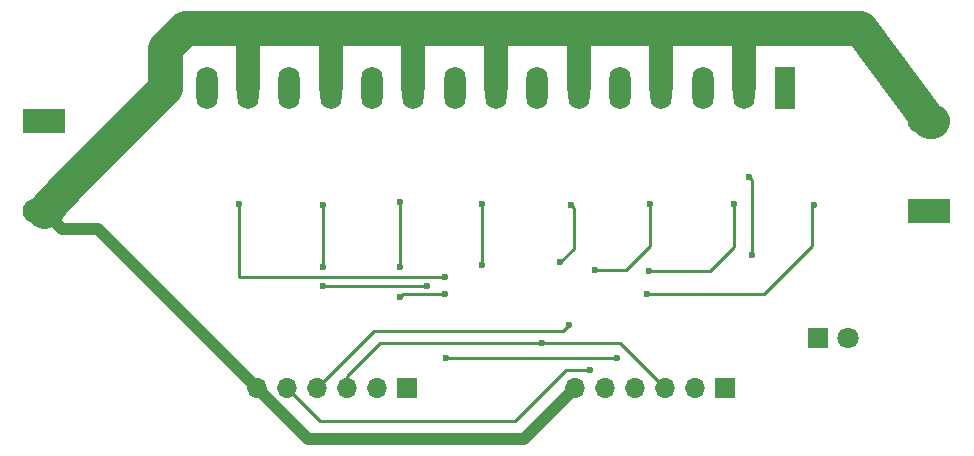
<source format=gbr>
G04 #@! TF.FileFunction,Copper,L2,Bot,Signal*
%FSLAX46Y46*%
G04 Gerber Fmt 4.6, Leading zero omitted, Abs format (unit mm)*
G04 Created by KiCad (PCBNEW 4.0.5+dfsg1-4) date Fri May  5 03:22:00 2017*
%MOMM*%
%LPD*%
G01*
G04 APERTURE LIST*
%ADD10C,0.100000*%
%ADD11R,1.800000X3.600000*%
%ADD12O,1.800000X3.600000*%
%ADD13R,1.700000X1.700000*%
%ADD14O,1.700000X1.700000*%
%ADD15R,3.600000X2.100000*%
%ADD16O,3.600000X2.100000*%
%ADD17R,1.800000X1.800000*%
%ADD18C,1.800000*%
%ADD19C,0.600000*%
%ADD20C,0.250000*%
%ADD21C,1.000000*%
%ADD22C,3.000000*%
%ADD23C,2.000000*%
G04 APERTURE END LIST*
D10*
D11*
X83058000Y-23368000D03*
D12*
X79558000Y-23368000D03*
X76058000Y-23368000D03*
X72558000Y-23368000D03*
X69058000Y-23368000D03*
X65558000Y-23368000D03*
X62058000Y-23368000D03*
X58558000Y-23368000D03*
X55058000Y-23368000D03*
X51558000Y-23368000D03*
X48058000Y-23368000D03*
X44558000Y-23368000D03*
X41058000Y-23368000D03*
X37558000Y-23368000D03*
X34058000Y-23368000D03*
X30558000Y-23368000D03*
D13*
X51054000Y-48768000D03*
D14*
X48514000Y-48768000D03*
X45974000Y-48768000D03*
X43434000Y-48768000D03*
X40894000Y-48768000D03*
X38354000Y-48768000D03*
D13*
X77978000Y-48768000D03*
D14*
X75438000Y-48768000D03*
X72898000Y-48768000D03*
X70358000Y-48768000D03*
X67818000Y-48768000D03*
X65278000Y-48768000D03*
D15*
X20320000Y-26162000D03*
D16*
X20320000Y-33782000D03*
D15*
X95250000Y-33782000D03*
D16*
X95250000Y-26162000D03*
D17*
X85788500Y-44513500D03*
D18*
X88328500Y-44513500D03*
D19*
X62484000Y-44958000D03*
X64770000Y-43434000D03*
X66548000Y-47244000D03*
X54356000Y-46228000D03*
X68834000Y-46228000D03*
X71374000Y-40767000D03*
X85471000Y-33274000D03*
X71501000Y-38862000D03*
X78740000Y-33147000D03*
X66929000Y-38735000D03*
X71628000Y-33147000D03*
X64008000Y-38100000D03*
X64897000Y-33274000D03*
X80264000Y-37465000D03*
X80010000Y-30861000D03*
X57404000Y-38354000D03*
X57404000Y-33147000D03*
X54229000Y-40767000D03*
X50419000Y-41021000D03*
X50419000Y-38481000D03*
X50419000Y-33020000D03*
X52705000Y-40132000D03*
X43942000Y-40132000D03*
X43942000Y-38481000D03*
X43942000Y-33274000D03*
X54229000Y-39370000D03*
X36830000Y-33147000D03*
D20*
X45974000Y-48768000D02*
X45974000Y-47752000D01*
X69088000Y-44958000D02*
X72898000Y-48768000D01*
X48768000Y-44958000D02*
X62484000Y-44958000D01*
X62484000Y-44958000D02*
X69088000Y-44958000D01*
X45974000Y-47752000D02*
X48768000Y-44958000D01*
X48260000Y-43942000D02*
X43434000Y-48768000D01*
X64262000Y-43942000D02*
X48260000Y-43942000D01*
X64770000Y-43434000D02*
X64262000Y-43942000D01*
X40894000Y-48768000D02*
X43688000Y-51562000D01*
X64516000Y-47244000D02*
X66548000Y-47244000D01*
X60198000Y-51562000D02*
X64516000Y-47244000D01*
X43688000Y-51562000D02*
X60198000Y-51562000D01*
X68834000Y-46228000D02*
X54356000Y-46228000D01*
X85344000Y-33401000D02*
X85344000Y-36703000D01*
X85471000Y-33274000D02*
X85344000Y-33401000D01*
X81280000Y-40767000D02*
X71374000Y-40767000D01*
X85344000Y-36703000D02*
X81280000Y-40767000D01*
X76708000Y-38862000D02*
X71501000Y-38862000D01*
X78740000Y-36830000D02*
X76708000Y-38862000D01*
X78740000Y-33147000D02*
X78740000Y-36830000D01*
X69596000Y-38735000D02*
X66929000Y-38735000D01*
X71628000Y-36703000D02*
X69596000Y-38735000D01*
X71628000Y-33147000D02*
X71628000Y-36703000D01*
X65151000Y-36957000D02*
X64008000Y-38100000D01*
X65151000Y-33528000D02*
X65151000Y-36957000D01*
X64897000Y-33274000D02*
X65151000Y-33528000D01*
X80264000Y-31115000D02*
X80264000Y-37465000D01*
X80010000Y-30861000D02*
X80264000Y-31115000D01*
D21*
X38354000Y-48768000D02*
X24892000Y-35306000D01*
X21844000Y-35306000D02*
X20320000Y-33782000D01*
X24892000Y-35306000D02*
X21844000Y-35306000D01*
X65278000Y-48768000D02*
X60960000Y-53086000D01*
X60960000Y-53086000D02*
X42672000Y-53086000D01*
X42672000Y-53086000D02*
X38354000Y-48768000D01*
D22*
X30558000Y-23368000D02*
X30558000Y-19988000D01*
X30558000Y-19988000D02*
X32258000Y-18288000D01*
X20320000Y-33782000D02*
X22430000Y-31496000D01*
X22430000Y-31496000D02*
X30558000Y-23368000D01*
X95504000Y-26162000D02*
X95250000Y-26162000D01*
X95250000Y-26162000D02*
X89408000Y-18288000D01*
X89408000Y-18288000D02*
X32258000Y-18288000D01*
D23*
X86868000Y-18288000D02*
X89408000Y-18288000D01*
X79248000Y-18288000D02*
X86868000Y-18288000D01*
X79558000Y-23368000D02*
X79558000Y-18288000D01*
X79558000Y-18288000D02*
X79248000Y-18288000D01*
X72558000Y-23368000D02*
X72558000Y-18288000D01*
X72558000Y-18288000D02*
X72898000Y-18288000D01*
X65558000Y-23368000D02*
X65558000Y-18288000D01*
X65558000Y-18288000D02*
X65278000Y-18288000D01*
X58558000Y-23368000D02*
X58558000Y-18288000D01*
X58558000Y-18288000D02*
X58928000Y-18288000D01*
X51558000Y-23368000D02*
X51558000Y-18288000D01*
X51558000Y-18288000D02*
X51308000Y-18288000D01*
X44558000Y-23368000D02*
X44558000Y-18288000D01*
X44558000Y-18288000D02*
X44958000Y-18288000D01*
X37558000Y-23368000D02*
X37558000Y-18288000D01*
X37558000Y-18288000D02*
X37338000Y-18288000D01*
X32258000Y-18288000D02*
X37338000Y-18288000D01*
X37338000Y-18288000D02*
X44958000Y-18288000D01*
X44958000Y-18288000D02*
X51308000Y-18288000D01*
X51308000Y-18288000D02*
X58928000Y-18288000D01*
X58928000Y-18288000D02*
X65278000Y-18288000D01*
X65278000Y-18288000D02*
X72898000Y-18288000D01*
X72898000Y-18288000D02*
X79248000Y-18288000D01*
X30558000Y-19988000D02*
X32258000Y-18288000D01*
D20*
X57404000Y-33147000D02*
X57404000Y-38354000D01*
X50673000Y-40767000D02*
X54229000Y-40767000D01*
X50419000Y-41021000D02*
X50673000Y-40767000D01*
X50419000Y-33020000D02*
X50419000Y-38481000D01*
X43942000Y-40132000D02*
X52705000Y-40132000D01*
X43942000Y-33274000D02*
X43942000Y-38481000D01*
X36830000Y-39370000D02*
X54229000Y-39370000D01*
X36830000Y-33147000D02*
X36830000Y-39370000D01*
M02*

</source>
